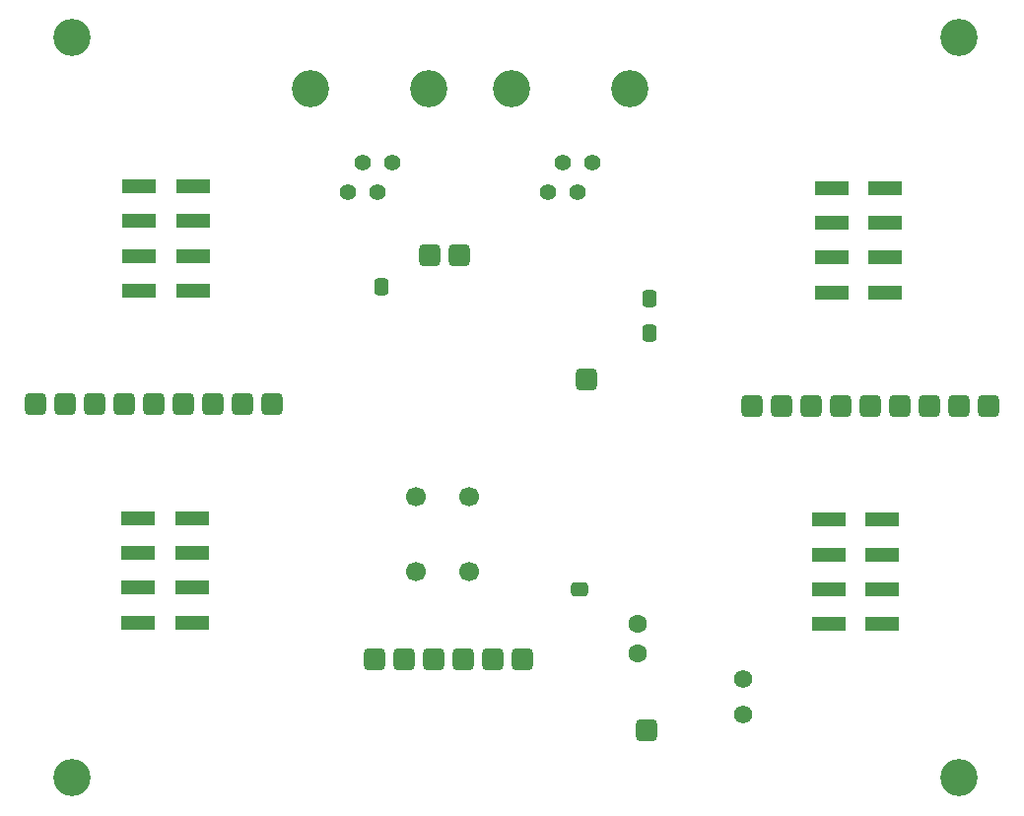
<source format=gbr>
%TF.GenerationSoftware,KiCad,Pcbnew,9.0.5*%
%TF.CreationDate,2025-11-19T11:21:45-07:00*%
%TF.ProjectId,USlave,55536c61-7665-42e6-9b69-6361645f7063,rev?*%
%TF.SameCoordinates,Original*%
%TF.FileFunction,Soldermask,Bot*%
%TF.FilePolarity,Negative*%
%FSLAX46Y46*%
G04 Gerber Fmt 4.6, Leading zero omitted, Abs format (unit mm)*
G04 Created by KiCad (PCBNEW 9.0.5) date 2025-11-19 11:21:45*
%MOMM*%
%LPD*%
G01*
G04 APERTURE LIST*
G04 Aperture macros list*
%AMRoundRect*
0 Rectangle with rounded corners*
0 $1 Rounding radius*
0 $2 $3 $4 $5 $6 $7 $8 $9 X,Y pos of 4 corners*
0 Add a 4 corners polygon primitive as box body*
4,1,4,$2,$3,$4,$5,$6,$7,$8,$9,$2,$3,0*
0 Add four circle primitives for the rounded corners*
1,1,$1+$1,$2,$3*
1,1,$1+$1,$4,$5*
1,1,$1+$1,$6,$7*
1,1,$1+$1,$8,$9*
0 Add four rect primitives between the rounded corners*
20,1,$1+$1,$2,$3,$4,$5,0*
20,1,$1+$1,$4,$5,$6,$7,0*
20,1,$1+$1,$6,$7,$8,$9,0*
20,1,$1+$1,$8,$9,$2,$3,0*%
G04 Aperture macros list end*
%ADD10RoundRect,0.250000X-0.337500X-0.475000X0.337500X-0.475000X0.337500X0.475000X-0.337500X0.475000X0*%
%ADD11RoundRect,0.476250X0.476250X0.476250X-0.476250X0.476250X-0.476250X-0.476250X0.476250X-0.476250X0*%
%ADD12RoundRect,0.476250X-0.476250X-0.476250X0.476250X-0.476250X0.476250X0.476250X-0.476250X0.476250X0*%
%ADD13R,2.921000X1.270000*%
%ADD14C,3.200000*%
%ADD15RoundRect,0.250000X0.475000X-0.337500X0.475000X0.337500X-0.475000X0.337500X-0.475000X-0.337500X0*%
%ADD16C,1.574800*%
%ADD17C,1.400000*%
%ADD18C,1.700000*%
%ADD19C,1.600000*%
G04 APERTURE END LIST*
D10*
%TO.C,R6*%
X202037500Y-73000000D03*
%TD*%
D11*
%TO.C,J3*%
X191080000Y-101000000D03*
X188540000Y-101000000D03*
X186000000Y-101000000D03*
X183460000Y-101000000D03*
X180920000Y-101000000D03*
X178380000Y-101000000D03*
%TD*%
D12*
%TO.C,R2*%
X210802999Y-79250000D03*
X213342999Y-79250000D03*
X215882999Y-79250000D03*
X218422999Y-79250000D03*
X220962999Y-79250000D03*
X223502999Y-79250000D03*
X226042999Y-79250000D03*
X228582999Y-79250000D03*
X231127441Y-79259999D03*
%TD*%
D13*
%TO.C,J9*%
X222300000Y-60500001D03*
X222300000Y-63500000D03*
X222300000Y-66500000D03*
X222300000Y-69499999D03*
X217670001Y-60500001D03*
X217670001Y-63500000D03*
X217670001Y-66500000D03*
X217670001Y-69499999D03*
%TD*%
%TO.C,J6*%
X158192538Y-69366816D03*
X158192538Y-66366817D03*
X158192538Y-63366817D03*
X158192538Y-60366818D03*
X162822537Y-69366816D03*
X162822537Y-66366817D03*
X162822537Y-63366817D03*
X162822537Y-60366818D03*
%TD*%
D14*
%TO.C,REF\u002A\u002A*%
X152400000Y-47600000D03*
%TD*%
D13*
%TO.C,J8*%
X222042998Y-89000000D03*
X222042998Y-91999999D03*
X222042998Y-94999999D03*
X222042998Y-97999998D03*
X217412999Y-89000000D03*
X217412999Y-91999999D03*
X217412999Y-94999999D03*
X217412999Y-97999998D03*
%TD*%
D14*
%TO.C,REF\u002A\u002A*%
X228600000Y-47600000D03*
%TD*%
D11*
%TO.C,J2*%
X185680000Y-66300000D03*
X183140000Y-66300000D03*
%TD*%
D12*
%TO.C,TP1*%
X201800000Y-107100000D03*
%TD*%
D13*
%TO.C,J7*%
X158079539Y-97866815D03*
X158079539Y-94866816D03*
X158079539Y-91866816D03*
X158079539Y-88866817D03*
X162709538Y-97866815D03*
X162709538Y-94866816D03*
X162709538Y-91866816D03*
X162709538Y-88866817D03*
%TD*%
D15*
%TO.C,R1*%
X196000000Y-95000000D03*
%TD*%
D16*
%TO.C,J1*%
X210039600Y-105735700D03*
X210039600Y-102735701D03*
%TD*%
D14*
%TO.C,REF\u002A\u002A*%
X228600000Y-111200000D03*
%TD*%
%TO.C,J5*%
X200302401Y-51978877D03*
X190142401Y-51978877D03*
D17*
X197127401Y-58328877D03*
X195857401Y-60868877D03*
X194587401Y-58328877D03*
X193317401Y-60868877D03*
%TD*%
D10*
%TO.C,R7*%
X202037500Y-70000000D03*
%TD*%
D14*
%TO.C,J4*%
X183080000Y-52000000D03*
X172920000Y-52000000D03*
D17*
X179905000Y-58350000D03*
X178635000Y-60890000D03*
X177365000Y-58350000D03*
X176095000Y-60890000D03*
%TD*%
D11*
%TO.C,R3*%
X169600000Y-79100000D03*
X167060000Y-79100000D03*
X164520000Y-79100000D03*
X161980000Y-79100000D03*
X159440000Y-79100000D03*
X156900000Y-79100000D03*
X154360000Y-79100000D03*
X151820000Y-79100000D03*
X149275558Y-79090001D03*
%TD*%
D18*
%TO.C,SW1*%
X182000000Y-93500000D03*
X182000000Y-87000000D03*
X186500000Y-93500000D03*
X186500000Y-87000000D03*
%TD*%
D10*
%TO.C,R5*%
X179000000Y-69000000D03*
%TD*%
D12*
%TO.C,TP2*%
X196600000Y-77000000D03*
%TD*%
D19*
%TO.C,C1*%
X201000000Y-98000000D03*
X201000000Y-100500000D03*
%TD*%
D14*
%TO.C,REF\u002A\u002A*%
X152400000Y-111200000D03*
%TD*%
M02*

</source>
